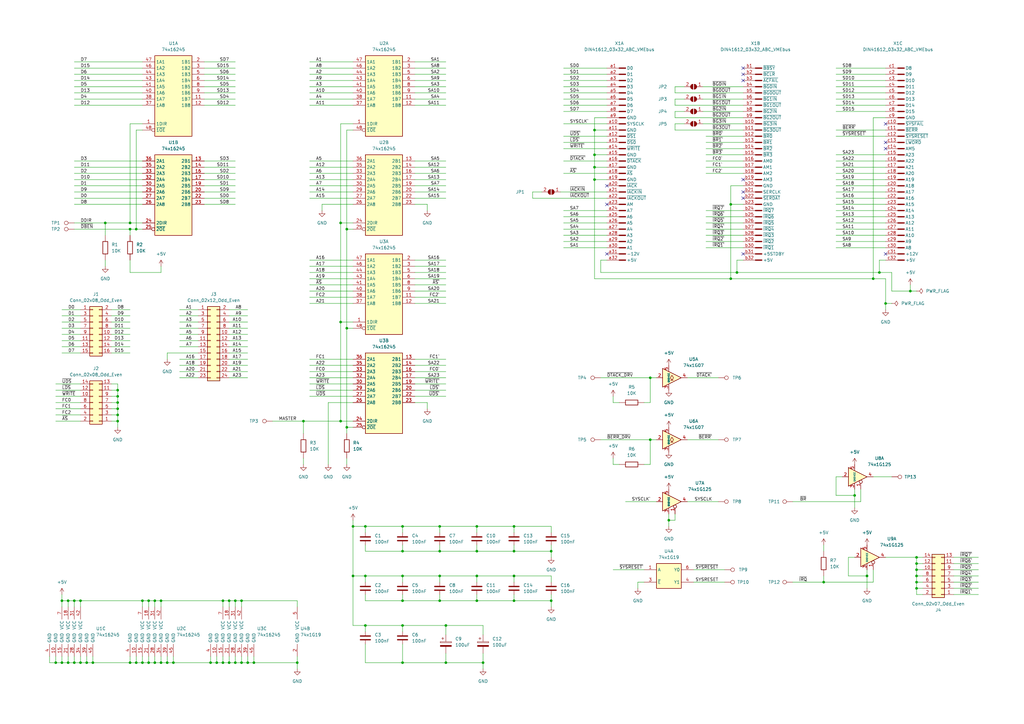
<source format=kicad_sch>
(kicad_sch (version 20211123) (generator eeschema)
  (paper "A3")
  (junction (at 165.1 246.38))
  (junction (at 71.12 271.78))
  (junction (at 25.4 246.38))
  (junction (at 30.48 271.78))
  (junction (at 226.06 226.06))
  (junction (at 96.52 246.38))
  (junction (at 48.26 170.18))
  (junction (at 48.26 172.72))
  (junction (at 274.32 213.36))
  (junction (at 375.92 233.68))
  (junction (at 375.92 231.14))
  (junction (at 33.02 271.78))
  (junction (at 63.5 271.78))
  (junction (at 165.1 226.06))
  (junction (at 144.78 236.22))
  (junction (at 53.34 271.78))
  (junction (at 165.1 271.78))
  (junction (at 266.7 154.94))
  (junction (at 93.98 246.38))
  (junction (at 195.58 226.06))
  (junction (at 48.26 165.1))
  (junction (at 165.1 236.22))
  (junction (at 55.88 93.98))
  (junction (at 226.06 246.38))
  (junction (at 139.7 132.08))
  (junction (at 53.34 91.44))
  (junction (at 104.14 271.78))
  (junction (at 142.24 134.62))
  (junction (at 266.7 180.34))
  (junction (at 121.92 271.78))
  (junction (at 198.12 271.78))
  (junction (at 91.44 271.78))
  (junction (at 43.18 91.44))
  (junction (at 180.34 215.9))
  (junction (at 63.5 246.38))
  (junction (at 165.1 215.9))
  (junction (at 91.44 246.38))
  (junction (at 99.06 271.78))
  (junction (at 48.26 160.02))
  (junction (at 48.26 162.56))
  (junction (at 96.52 271.78))
  (junction (at 48.26 167.64))
  (junction (at 182.88 256.54))
  (junction (at 60.96 246.38))
  (junction (at 243.84 68.58))
  (junction (at 33.02 246.38))
  (junction (at 210.82 236.22))
  (junction (at 337.82 238.76))
  (junction (at 180.34 226.06))
  (junction (at 375.92 228.6))
  (junction (at 165.1 256.54))
  (junction (at 99.06 246.38))
  (junction (at 55.88 271.78))
  (junction (at 53.34 93.98))
  (junction (at 375.92 241.3))
  (junction (at 139.7 172.72))
  (junction (at 149.86 236.22))
  (junction (at 375.92 238.76))
  (junction (at 363.22 124.46))
  (junction (at 299.72 83.82))
  (junction (at 22.86 271.78))
  (junction (at 350.52 203.2))
  (junction (at 375.92 236.22))
  (junction (at 142.24 93.98))
  (junction (at 358.14 114.3))
  (junction (at 88.9 271.78))
  (junction (at 195.58 215.9))
  (junction (at 355.6 236.22))
  (junction (at 139.7 91.44))
  (junction (at 58.42 246.38))
  (junction (at 373.38 119.38))
  (junction (at 27.94 246.38))
  (junction (at 149.86 215.9))
  (junction (at 66.04 271.78))
  (junction (at 142.24 175.26))
  (junction (at 35.56 271.78))
  (junction (at 243.84 63.5))
  (junction (at 60.96 271.78))
  (junction (at 210.82 215.9))
  (junction (at 210.82 246.38))
  (junction (at 58.42 271.78))
  (junction (at 180.34 236.22))
  (junction (at 149.86 256.54))
  (junction (at 38.1 271.78))
  (junction (at 86.36 271.78))
  (junction (at 299.72 114.3))
  (junction (at 210.82 226.06))
  (junction (at 68.58 271.78))
  (junction (at 243.84 73.66))
  (junction (at 124.46 172.72))
  (junction (at 360.68 111.76))
  (junction (at 93.98 271.78))
  (junction (at 144.78 215.9))
  (junction (at 101.6 271.78))
  (junction (at 27.94 271.78))
  (junction (at 180.34 246.38))
  (junction (at 302.26 111.76))
  (junction (at 30.48 246.38))
  (junction (at 195.58 236.22))
  (junction (at 195.58 246.38))
  (junction (at 243.84 53.34))
  (junction (at 25.4 271.78))
  (junction (at 182.88 271.78))
  (junction (at 66.04 246.38))
  (no_connect (at 248.92 83.82))
  (no_connect (at 304.8 30.48))
  (no_connect (at 304.8 27.94))
  (no_connect (at 304.8 81.28))
  (no_connect (at 304.8 73.66))
  (no_connect (at 363.22 50.8))
  (no_connect (at 363.22 104.14))
  (no_connect (at 363.22 58.42))
  (no_connect (at 248.92 104.14))
  (no_connect (at 304.8 104.14))
  (no_connect (at 304.8 78.74))
  (no_connect (at 248.92 76.2))
  (no_connect (at 304.8 33.02))
  (no_connect (at 363.22 60.96))
  (wire (pts (xy 358.14 48.26) (xy 358.14 114.3)))
  (wire (pts (xy 45.72 144.78) (xy 53.34 144.78)))
  (wire (pts (xy 20.32 271.78) (xy 22.86 271.78)))
  (wire (pts (xy 45.72 157.48) (xy 48.26 157.48)))
  (wire (pts (xy 93.98 139.7) (xy 101.6 139.7)))
  (wire (pts (xy 289.56 86.36) (xy 304.8 86.36)))
  (wire (pts (xy 25.4 134.62) (xy 33.02 134.62)))
  (wire (pts (xy 86.36 269.24) (xy 86.36 271.78)))
  (wire (pts (xy 66.04 246.38) (xy 91.44 246.38)))
  (wire (pts (xy 27.94 269.24) (xy 27.94 271.78)))
  (wire (pts (xy 342.9 68.58) (xy 363.22 68.58)))
  (wire (pts (xy 96.52 246.38) (xy 99.06 246.38)))
  (wire (pts (xy 22.86 269.24) (xy 22.86 271.78)))
  (wire (pts (xy 45.72 132.08) (xy 53.34 132.08)))
  (wire (pts (xy 99.06 246.38) (xy 121.92 246.38)))
  (wire (pts (xy 365.76 111.76) (xy 365.76 119.38)))
  (wire (pts (xy 231.14 38.1) (xy 248.92 38.1)))
  (wire (pts (xy 266.7 154.94) (xy 266.7 165.1)))
  (wire (pts (xy 149.86 246.38) (xy 165.1 246.38)))
  (wire (pts (xy 347.98 228.6) (xy 347.98 236.22)))
  (wire (pts (xy 93.98 152.4) (xy 101.6 152.4)))
  (wire (pts (xy 35.56 269.24) (xy 35.56 271.78)))
  (wire (pts (xy 264.16 190.5) (xy 266.7 190.5)))
  (wire (pts (xy 210.82 226.06) (xy 226.06 226.06)))
  (wire (pts (xy 93.98 127) (xy 101.6 127)))
  (wire (pts (xy 170.18 43.18) (xy 182.88 43.18)))
  (wire (pts (xy 342.9 27.94) (xy 363.22 27.94)))
  (wire (pts (xy 375.92 233.68) (xy 375.92 236.22)))
  (wire (pts (xy 127 157.48) (xy 144.78 157.48)))
  (wire (pts (xy 342.9 33.02) (xy 363.22 33.02)))
  (wire (pts (xy 30.48 43.18) (xy 58.42 43.18)))
  (wire (pts (xy 66.04 269.24) (xy 66.04 271.78)))
  (wire (pts (xy 342.9 195.58) (xy 345.44 195.58)))
  (wire (pts (xy 25.4 271.78) (xy 27.94 271.78)))
  (wire (pts (xy 73.66 129.54) (xy 81.28 129.54)))
  (wire (pts (xy 358.14 114.3) (xy 363.22 114.3)))
  (wire (pts (xy 127 66.04) (xy 144.78 66.04)))
  (wire (pts (xy 342.9 55.88) (xy 363.22 55.88)))
  (wire (pts (xy 180.34 215.9) (xy 180.34 218.44)))
  (wire (pts (xy 281.94 154.94) (xy 294.64 154.94)))
  (wire (pts (xy 58.42 246.38) (xy 60.96 246.38)))
  (wire (pts (xy 170.18 162.56) (xy 182.88 162.56)))
  (wire (pts (xy 83.82 33.02) (xy 96.52 33.02)))
  (wire (pts (xy 68.58 269.24) (xy 68.58 271.78)))
  (wire (pts (xy 45.72 160.02) (xy 48.26 160.02)))
  (wire (pts (xy 350.52 228.6) (xy 347.98 228.6)))
  (wire (pts (xy 144.78 256.54) (xy 149.86 256.54)))
  (wire (pts (xy 274.32 210.82) (xy 274.32 213.36)))
  (wire (pts (xy 93.98 132.08) (xy 101.6 132.08)))
  (wire (pts (xy 276.86 213.36) (xy 274.32 213.36)))
  (wire (pts (xy 391.16 233.68) (xy 401.3211 233.68)))
  (wire (pts (xy 83.82 73.66) (xy 96.52 73.66)))
  (wire (pts (xy 231.14 91.44) (xy 248.92 91.44)))
  (wire (pts (xy 73.66 154.94) (xy 81.28 154.94)))
  (wire (pts (xy 170.18 114.3) (xy 182.88 114.3)))
  (wire (pts (xy 375.92 231.14) (xy 378.46 231.14)))
  (wire (pts (xy 170.18 38.1) (xy 182.88 38.1)))
  (wire (pts (xy 142.24 93.98) (xy 142.24 134.62)))
  (wire (pts (xy 391.16 243.84) (xy 401.3211 243.84)))
  (wire (pts (xy 144.78 50.8) (xy 139.7 50.8)))
  (wire (pts (xy 127 149.86) (xy 144.78 149.86)))
  (wire (pts (xy 175.26 83.82) (xy 175.26 86.36)))
  (wire (pts (xy 127 76.2) (xy 144.78 76.2)))
  (wire (pts (xy 254 165.1) (xy 251.46 165.1)))
  (wire (pts (xy 246.38 154.94) (xy 266.7 154.94)))
  (wire (pts (xy 25.4 127) (xy 33.02 127)))
  (wire (pts (xy 30.48 66.04) (xy 58.42 66.04)))
  (wire (pts (xy 231.14 30.48) (xy 248.92 30.48)))
  (wire (pts (xy 170.18 81.28) (xy 182.88 81.28)))
  (wire (pts (xy 304.8 106.68) (xy 302.26 106.68)))
  (wire (pts (xy 142.24 187.96) (xy 142.24 190.5)))
  (wire (pts (xy 142.24 134.62) (xy 144.78 134.62)))
  (wire (pts (xy 83.82 35.56) (xy 96.52 35.56)))
  (wire (pts (xy 73.66 127) (xy 81.28 127)))
  (wire (pts (xy 142.24 53.34) (xy 142.24 93.98)))
  (wire (pts (xy 83.82 76.2) (xy 96.52 76.2)))
  (wire (pts (xy 83.82 25.4) (xy 96.52 25.4)))
  (wire (pts (xy 297.18 233.68) (xy 284.48 233.68)))
  (wire (pts (xy 269.24 205.74) (xy 256.54 205.74)))
  (wire (pts (xy 45.72 167.64) (xy 48.26 167.64)))
  (wire (pts (xy 127 119.38) (xy 144.78 119.38)))
  (wire (pts (xy 198.12 256.54) (xy 198.12 260.35)))
  (wire (pts (xy 60.96 271.78) (xy 63.5 271.78)))
  (wire (pts (xy 30.48 30.48) (xy 58.42 30.48)))
  (wire (pts (xy 373.38 119.38) (xy 375.92 119.38)))
  (wire (pts (xy 53.34 271.78) (xy 55.88 271.78)))
  (wire (pts (xy 299.72 83.82) (xy 299.72 114.3)))
  (wire (pts (xy 142.24 134.62) (xy 142.24 175.26)))
  (wire (pts (xy 276.86 53.34) (xy 276.86 50.8)))
  (wire (pts (xy 22.86 160.02) (xy 33.02 160.02)))
  (wire (pts (xy 144.78 213.36) (xy 144.78 215.9)))
  (wire (pts (xy 93.98 149.86) (xy 101.6 149.86)))
  (wire (pts (xy 25.4 243.84) (xy 25.4 246.38)))
  (wire (pts (xy 30.48 246.38) (xy 33.02 246.38)))
  (wire (pts (xy 180.34 223.52) (xy 180.34 226.06)))
  (wire (pts (xy 111.76 172.72) (xy 124.46 172.72)))
  (wire (pts (xy 231.14 33.02) (xy 248.92 33.02)))
  (wire (pts (xy 127 162.56) (xy 144.78 162.56)))
  (wire (pts (xy 246.38 180.34) (xy 266.7 180.34)))
  (wire (pts (xy 165.1 264.16) (xy 165.1 271.78)))
  (wire (pts (xy 25.4 142.24) (xy 33.02 142.24)))
  (wire (pts (xy 127 116.84) (xy 144.78 116.84)))
  (wire (pts (xy 45.72 129.54) (xy 53.34 129.54)))
  (wire (pts (xy 27.94 271.78) (xy 30.48 271.78)))
  (wire (pts (xy 288.29 50.8) (xy 304.8 50.8)))
  (wire (pts (xy 342.9 73.66) (xy 363.22 73.66)))
  (wire (pts (xy 276.86 210.82) (xy 276.86 213.36)))
  (wire (pts (xy 60.96 246.38) (xy 63.5 246.38)))
  (wire (pts (xy 73.66 142.24) (xy 81.28 142.24)))
  (wire (pts (xy 30.48 25.4) (xy 58.42 25.4)))
  (wire (pts (xy 30.48 38.1) (xy 58.42 38.1)))
  (wire (pts (xy 43.18 91.44) (xy 53.34 91.44)))
  (wire (pts (xy 121.92 246.38) (xy 121.92 248.92)))
  (wire (pts (xy 127 40.64) (xy 144.78 40.64)))
  (wire (pts (xy 342.9 45.72) (xy 363.22 45.72)))
  (wire (pts (xy 127 152.4) (xy 144.78 152.4)))
  (wire (pts (xy 25.4 129.54) (xy 33.02 129.54)))
  (wire (pts (xy 355.6 236.22) (xy 355.6 241.3)))
  (wire (pts (xy 304.8 48.26) (xy 276.86 48.26)))
  (wire (pts (xy 144.78 215.9) (xy 149.86 215.9)))
  (wire (pts (xy 231.14 99.06) (xy 248.92 99.06)))
  (wire (pts (xy 299.72 76.2) (xy 299.72 83.82)))
  (wire (pts (xy 210.82 236.22) (xy 226.06 236.22)))
  (wire (pts (xy 121.92 271.78) (xy 121.92 274.32)))
  (wire (pts (xy 63.5 271.78) (xy 66.04 271.78)))
  (wire (pts (xy 27.94 246.38) (xy 27.94 248.92)))
  (wire (pts (xy 198.12 267.97) (xy 198.12 271.78)))
  (wire (pts (xy 53.34 269.24) (xy 53.34 271.78)))
  (wire (pts (xy 231.14 71.12) (xy 248.92 71.12)))
  (wire (pts (xy 243.84 48.26) (xy 248.92 48.26)))
  (wire (pts (xy 104.14 269.24) (xy 104.14 271.78)))
  (wire (pts (xy 342.9 78.74) (xy 363.22 78.74)))
  (wire (pts (xy 229.87 78.74) (xy 248.92 78.74)))
  (wire (pts (xy 289.56 101.6) (xy 304.8 101.6)))
  (wire (pts (xy 124.46 172.72) (xy 139.7 172.72)))
  (wire (pts (xy 342.9 83.82) (xy 363.22 83.82)))
  (wire (pts (xy 375.92 236.22) (xy 378.46 236.22)))
  (wire (pts (xy 299.72 83.82) (xy 304.8 83.82)))
  (wire (pts (xy 276.86 48.26) (xy 276.86 45.72)))
  (wire (pts (xy 139.7 172.72) (xy 144.78 172.72)))
  (wire (pts (xy 144.78 236.22) (xy 144.78 256.54)))
  (wire (pts (xy 264.16 165.1) (xy 266.7 165.1)))
  (wire (pts (xy 353.06 200.66) (xy 353.06 205.74)))
  (wire (pts (xy 210.82 236.22) (xy 210.82 238.76)))
  (wire (pts (xy 55.88 271.78) (xy 58.42 271.78)))
  (wire (pts (xy 325.12 205.74) (xy 353.06 205.74)))
  (wire (pts (xy 93.98 137.16) (xy 101.6 137.16)))
  (wire (pts (xy 375.92 238.76) (xy 378.46 238.76)))
  (wire (pts (xy 363.22 124.46) (xy 365.76 124.46)))
  (wire (pts (xy 276.86 35.56) (xy 280.67 35.56)))
  (wire (pts (xy 226.06 223.52) (xy 226.06 226.06)))
  (wire (pts (xy 243.84 73.66) (xy 243.84 114.3)))
  (wire (pts (xy 127 114.3) (xy 144.78 114.3)))
  (wire (pts (xy 195.58 236.22) (xy 210.82 236.22)))
  (wire (pts (xy 91.44 246.38) (xy 93.98 246.38)))
  (wire (pts (xy 30.48 269.24) (xy 30.48 271.78)))
  (wire (pts (xy 363.22 228.6) (xy 375.92 228.6)))
  (wire (pts (xy 243.84 63.5) (xy 243.84 68.58)))
  (wire (pts (xy 30.48 78.74) (xy 58.42 78.74)))
  (wire (pts (xy 127 81.28) (xy 144.78 81.28)))
  (wire (pts (xy 88.9 271.78) (xy 91.44 271.78)))
  (wire (pts (xy 66.04 271.78) (xy 68.58 271.78)))
  (wire (pts (xy 149.86 226.06) (xy 165.1 226.06)))
  (wire (pts (xy 373.38 116.84) (xy 373.38 119.38)))
  (wire (pts (xy 342.9 35.56) (xy 363.22 35.56)))
  (wire (pts (xy 45.72 170.18) (xy 48.26 170.18)))
  (wire (pts (xy 53.34 106.68) (xy 53.34 111.76)))
  (wire (pts (xy 93.98 269.24) (xy 93.98 271.78)))
  (wire (pts (xy 96.52 271.78) (xy 99.06 271.78)))
  (wire (pts (xy 124.46 190.5) (xy 124.46 187.96)))
  (wire (pts (xy 289.56 99.06) (xy 304.8 99.06)))
  (wire (pts (xy 53.34 111.76) (xy 66.04 111.76)))
  (wire (pts (xy 342.9 88.9) (xy 363.22 88.9)))
  (wire (pts (xy 363.22 124.46) (xy 363.22 127)))
  (wire (pts (xy 170.18 147.32) (xy 182.88 147.32)))
  (wire (pts (xy 325.12 238.76) (xy 337.82 238.76)))
  (wire (pts (xy 288.29 45.72) (xy 304.8 45.72)))
  (wire (pts (xy 350.52 200.66) (xy 350.52 203.2)))
  (wire (pts (xy 195.58 243.84) (xy 195.58 246.38)))
  (wire (pts (xy 231.14 50.8) (xy 248.92 50.8)))
  (wire (pts (xy 170.18 165.1) (xy 175.26 165.1)))
  (wire (pts (xy 25.4 144.78) (xy 33.02 144.78)))
  (wire (pts (xy 243.84 63.5) (xy 248.92 63.5)))
  (wire (pts (xy 101.6 271.78) (xy 104.14 271.78)))
  (wire (pts (xy 375.92 236.22) (xy 375.92 238.76)))
  (wire (pts (xy 254 190.5) (xy 251.46 190.5)))
  (wire (pts (xy 342.9 99.06) (xy 363.22 99.06)))
  (wire (pts (xy 33.02 271.78) (xy 35.56 271.78)))
  (wire (pts (xy 53.34 50.8) (xy 53.34 91.44)))
  (wire (pts (xy 347.98 236.22) (xy 355.6 236.22)))
  (wire (pts (xy 170.18 76.2) (xy 182.88 76.2)))
  (wire (pts (xy 149.86 236.22) (xy 149.86 238.76)))
  (wire (pts (xy 25.4 246.38) (xy 25.4 248.92)))
  (wire (pts (xy 375.92 238.76) (xy 375.92 241.3)))
  (wire (pts (xy 342.9 66.04) (xy 363.22 66.04)))
  (wire (pts (xy 25.4 139.7) (xy 33.02 139.7)))
  (wire (pts (xy 210.82 215.9) (xy 210.82 218.44)))
  (wire (pts (xy 289.56 63.5) (xy 304.8 63.5)))
  (wire (pts (xy 149.86 256.54) (xy 149.86 259.08)))
  (wire (pts (xy 132.08 83.82) (xy 132.08 86.36)))
  (wire (pts (xy 33.02 246.38) (xy 33.02 248.92)))
  (wire (pts (xy 170.18 154.94) (xy 182.88 154.94)))
  (wire (pts (xy 170.18 27.94) (xy 182.88 27.94)))
  (wire (pts (xy 127 43.18) (xy 144.78 43.18)))
  (wire (pts (xy 342.9 38.1) (xy 363.22 38.1)))
  (wire (pts (xy 251.46 162.56) (xy 251.46 165.1)))
  (wire (pts (xy 22.86 157.48) (xy 33.02 157.48)))
  (wire (pts (xy 48.26 167.64) (xy 48.26 170.18)))
  (wire (pts (xy 274.32 213.36) (xy 274.32 215.9)))
  (wire (pts (xy 60.96 246.38) (xy 60.96 248.92)))
  (wire (pts (xy 294.64 205.74) (xy 281.94 205.74)))
  (wire (pts (xy 99.06 246.38) (xy 99.06 248.92)))
  (wire (pts (xy 43.18 91.44) (xy 43.18 96.52)))
  (wire (pts (xy 243.84 68.58) (xy 248.92 68.58)))
  (wire (pts (xy 93.98 271.78) (xy 96.52 271.78)))
  (wire (pts (xy 358.14 195.58) (xy 365.76 195.58)))
  (wire (pts (xy 30.48 246.38) (xy 30.48 248.92)))
  (wire (pts (xy 30.48 33.02) (xy 58.42 33.02)))
  (wire (pts (xy 91.44 246.38) (xy 91.44 248.92)))
  (wire (pts (xy 170.18 124.46) (xy 182.88 124.46)))
  (wire (pts (xy 45.72 172.72) (xy 48.26 172.72)))
  (wire (pts (xy 99.06 269.24) (xy 99.06 271.78)))
  (wire (pts (xy 210.82 246.38) (xy 226.06 246.38)))
  (wire (pts (xy 170.18 83.82) (xy 175.26 83.82)))
  (wire (pts (xy 243.84 48.26) (xy 243.84 53.34)))
  (wire (pts (xy 83.82 27.94) (xy 96.52 27.94)))
  (wire (pts (xy 63.5 269.24) (xy 63.5 271.78)))
  (wire (pts (xy 99.06 271.78) (xy 101.6 271.78)))
  (wire (pts (xy 170.18 25.4) (xy 182.88 25.4)))
  (wire (pts (xy 210.82 243.84) (xy 210.82 246.38)))
  (wire (pts (xy 48.26 162.56) (xy 48.26 165.1)))
  (wire (pts (xy 139.7 91.44) (xy 139.7 132.08)))
  (wire (pts (xy 337.82 236.22) (xy 337.82 238.76)))
  (wire (pts (xy 266.7 180.34) (xy 269.24 180.34)))
  (wire (pts (xy 127 38.1) (xy 144.78 38.1)))
  (wire (pts (xy 342.9 40.64) (xy 363.22 40.64)))
  (wire (pts (xy 127 111.76) (xy 144.78 111.76)))
  (wire (pts (xy 53.34 91.44) (xy 58.42 91.44)))
  (wire (pts (xy 170.18 106.68) (xy 182.88 106.68)))
  (wire (pts (xy 45.72 134.62) (xy 53.34 134.62)))
  (wire (pts (xy 96.52 269.24) (xy 96.52 271.78)))
  (wire (pts (xy 342.9 71.12) (xy 363.22 71.12)))
  (wire (pts (xy 83.82 68.58) (xy 96.52 68.58)))
  (wire (pts (xy 127 73.66) (xy 144.78 73.66)))
  (wire (pts (xy 144.78 83.82) (xy 132.08 83.82)))
  (wire (pts (xy 66.04 246.38) (xy 66.04 248.92)))
  (wire (pts (xy 342.9 30.48) (xy 363.22 30.48)))
  (wire (pts (xy 231.14 93.98) (xy 248.92 93.98)))
  (wire (pts (xy 264.16 238.76) (xy 261.62 238.76)))
  (wire (pts (xy 22.86 170.18) (xy 33.02 170.18)))
  (wire (pts (xy 30.48 93.98) (xy 53.34 93.98)))
  (wire (pts (xy 96.52 246.38) (xy 96.52 248.92)))
  (wire (pts (xy 144.78 215.9) (xy 144.78 236.22)))
  (wire (pts (xy 101.6 269.24) (xy 101.6 271.78)))
  (wire (pts (xy 30.48 76.2) (xy 58.42 76.2)))
  (wire (pts (xy 63.5 246.38) (xy 63.5 248.92)))
  (wire (pts (xy 243.84 73.66) (xy 248.92 73.66)))
  (wire (pts (xy 375.92 241.3) (xy 378.46 241.3)))
  (wire (pts (xy 342.9 86.36) (xy 363.22 86.36)))
  (wire (pts (xy 93.98 142.24) (xy 101.6 142.24)))
  (wire (pts (xy 83.82 78.74) (xy 96.52 78.74)))
  (wire (pts (xy 355.6 233.68) (xy 355.6 236.22)))
  (wire (pts (xy 289.56 88.9) (xy 304.8 88.9)))
  (wire (pts (xy 231.14 96.52) (xy 248.92 96.52)))
  (wire (pts (xy 30.48 271.78) (xy 33.02 271.78)))
  (wire (pts (xy 127 160.02) (xy 144.78 160.02)))
  (wire (pts (xy 218.44 81.28) (xy 248.92 81.28)))
  (wire (pts (xy 218.44 78.74) (xy 222.25 78.74)))
  (wire (pts (xy 170.18 33.02) (xy 182.88 33.02)))
  (wire (pts (xy 149.86 243.84) (xy 149.86 246.38)))
  (wire (pts (xy 195.58 226.06) (xy 210.82 226.06)))
  (wire (pts (xy 30.48 71.12) (xy 58.42 71.12)))
  (wire (pts (xy 180.34 236.22) (xy 195.58 236.22)))
  (wire (pts (xy 33.02 269.24) (xy 33.02 271.78)))
  (wire (pts (xy 165.1 256.54) (xy 182.88 256.54)))
  (wire (pts (xy 25.4 246.38) (xy 27.94 246.38)))
  (wire (pts (xy 127 25.4) (xy 144.78 25.4)))
  (wire (pts (xy 22.86 172.72) (xy 33.02 172.72)))
  (wire (pts (xy 45.72 137.16) (xy 53.34 137.16)))
  (wire (pts (xy 195.58 236.22) (xy 195.58 238.76)))
  (wire (pts (xy 22.86 165.1) (xy 33.02 165.1)))
  (wire (pts (xy 226.06 236.22) (xy 226.06 238.76)))
  (wire (pts (xy 360.68 111.76) (xy 365.76 111.76)))
  (wire (pts (xy 127 106.68) (xy 144.78 106.68)))
  (wire (pts (xy 73.66 147.32) (xy 81.28 147.32)))
  (wire (pts (xy 231.14 27.94) (xy 248.92 27.94)))
  (wire (pts (xy 91.44 271.78) (xy 93.98 271.78)))
  (wire (pts (xy 127 30.48) (xy 144.78 30.48)))
  (wire (pts (xy 58.42 50.8) (xy 53.34 50.8)))
  (wire (pts (xy 231.14 55.88) (xy 248.92 55.88)))
  (wire (pts (xy 170.18 157.48) (xy 182.88 157.48)))
  (wire (pts (xy 391.16 228.6) (xy 401.3211 228.6)))
  (wire (pts (xy 231.14 60.96) (xy 248.92 60.96)))
  (wire (pts (xy 88.9 269.24) (xy 88.9 271.78)))
  (wire (pts (xy 149.86 264.16) (xy 149.86 271.78)))
  (wire (pts (xy 363.22 106.68) (xy 360.68 106.68)))
  (wire (pts (xy 350.52 203.2) (xy 350.52 208.28)))
  (wire (pts (xy 391.16 236.22) (xy 401.3211 236.22)))
  (wire (pts (xy 165.1 215.9) (xy 165.1 218.44)))
  (wire (pts (xy 127 35.56) (xy 144.78 35.56)))
  (wire (pts (xy 127 109.22) (xy 144.78 109.22)))
  (wire (pts (xy 22.86 271.78) (xy 25.4 271.78)))
  (wire (pts (xy 124.46 172.72) (xy 124.46 177.8)))
  (wire (pts (xy 165.1 271.78) (xy 182.88 271.78)))
  (wire (pts (xy 149.86 223.52) (xy 149.86 226.06)))
  (wire (pts (xy 170.18 68.58) (xy 182.88 68.58)))
  (wire (pts (xy 289.56 60.96) (xy 304.8 60.96)))
  (wire (pts (xy 48.26 165.1) (xy 48.26 167.64)))
  (wire (pts (xy 144.78 53.34) (xy 142.24 53.34)))
  (wire (pts (xy 93.98 246.38) (xy 93.98 248.92)))
  (wire (pts (xy 231.14 101.6) (xy 248.92 101.6)))
  (wire (pts (xy 22.86 167.64) (xy 33.02 167.64)))
  (wire (pts (xy 365.76 119.38) (xy 373.38 119.38)))
  (wire (pts (xy 83.82 83.82) (xy 96.52 83.82)))
  (wire (pts (xy 71.12 271.78) (xy 86.36 271.78)))
  (wire (pts (xy 231.14 66.04) (xy 248.92 66.04)))
  (wire (pts (xy 180.34 215.9) (xy 195.58 215.9)))
  (wire (pts (xy 246.38 106.68) (xy 246.38 111.76)))
  (wire (pts (xy 71.12 269.24) (xy 71.12 271.78)))
  (wire (pts (xy 142.24 93.98) (xy 144.78 93.98)))
  (wire (pts (xy 358.14 48.26) (xy 363.22 48.26)))
  (wire (pts (xy 289.56 68.58) (xy 304.8 68.58)))
  (wire (pts (xy 127 33.02) (xy 144.78 33.02)))
  (wire (pts (xy 149.86 271.78) (xy 165.1 271.78)))
  (wire (pts (xy 289.56 58.42) (xy 304.8 58.42)))
  (wire (pts (xy 360.68 106.68) (xy 360.68 111.76)))
  (wire (pts (xy 198.12 271.78) (xy 198.12 274.32)))
  (wire (pts (xy 48.26 172.72) (xy 48.26 175.26)))
  (wire (pts (xy 170.18 111.76) (xy 182.88 111.76)))
  (wire (pts (xy 93.98 144.78) (xy 101.6 144.78)))
  (wire (pts (xy 165.1 223.52) (xy 165.1 226.06)))
  (wire (pts (xy 342.9 63.5) (xy 363.22 63.5)))
  (wire (pts (xy 139.7 50.8) (xy 139.7 91.44)))
  (wire (pts (xy 73.66 139.7) (xy 81.28 139.7)))
  (wire (pts (xy 170.18 71.12) (xy 182.88 71.12)))
  (wire (pts (xy 246.38 106.68) (xy 248.92 106.68)))
  (wire (pts (xy 93.98 246.38) (xy 96.52 246.38)))
  (wire (pts (xy 55.88 269.24) (xy 55.88 271.78)))
  (wire (pts (xy 127 27.94) (xy 144.78 27.94)))
  (wire (pts (xy 375.92 228.6) (xy 375.92 231.14)))
  (wire (pts (xy 337.82 238.76) (xy 358.14 238.76)))
  (wire (pts (xy 281.94 180.34) (xy 294.64 180.34)))
  (wire (pts (xy 30.48 91.44) (xy 43.18 91.44)))
  (wire (pts (xy 231.14 86.36) (xy 248.92 86.36)))
  (wire (pts (xy 63.5 246.38) (xy 66.04 246.38)))
  (wire (pts (xy 342.9 203.2) (xy 342.9 195.58)))
  (wire (pts (xy 149.86 215.9) (xy 149.86 218.44)))
  (wire (pts (xy 86.36 271.78) (xy 88.9 271.78)))
  (wire (pts (xy 304.8 43.18) (xy 276.86 43.18)))
  (wire (pts (xy 30.48 68.58) (xy 58.42 68.58)))
  (wire (pts (xy 170.18 149.86) (xy 182.88 149.86)))
  (wire (pts (xy 210.82 223.52) (xy 210.82 226.06)))
  (wire (pts (xy 58.42 53.34) (xy 55.88 53.34)))
  (wire (pts (xy 337.82 223.52) (xy 337.82 226.06)))
  (wire (pts (xy 246.38 111.76) (xy 302.26 111.76)))
  (wire (pts (xy 55.88 93.98) (xy 58.42 93.98)))
  (wire (pts (xy 358.14 233.68) (xy 358.14 238.76)))
  (wire (pts (xy 342.9 91.44) (xy 363.22 91.44)))
  (wire (pts (xy 182.88 267.97) (xy 182.88 271.78)))
  (wire (pts (xy 165.1 243.84) (xy 165.1 246.38)))
  (wire (pts (xy 231.14 43.18) (xy 248.92 43.18)))
  (wire (pts (xy 165.1 236.22) (xy 180.34 236.22)))
  (wire (pts (xy 304.8 38.1) (xy 276.86 38.1)))
  (wire (pts (xy 375.92 233.68) (xy 378.46 233.68)))
  (wire (pts (xy 302.26 106.68) (xy 302.26 111.76)))
  (wire (pts (xy 251.46 187.96) (xy 251.46 190.5)))
  (wire (pts (xy 73.66 137.16) (xy 81.28 137.16)))
  (wire (pts (xy 139.7 132.08) (xy 139.7 172.72)))
  (wire (pts (xy 104.14 271.78) (xy 121.92 271.78)))
  (wire (pts (xy 276.86 50.8) (xy 280.67 50.8)))
  (wire (pts (xy 375.92 231.14) (xy 375.92 233.68)))
  (wire (pts (xy 83.82 38.1) (xy 96.52 38.1)))
  (wire (pts (xy 302.26 111.76) (xy 360.68 111.76)))
  (wire (pts (xy 180.34 246.38) (xy 195.58 246.38)))
  (wire (pts (xy 175.26 165.1) (xy 175.26 167.64)))
  (wire (pts (xy 149.86 215.9) (xy 165.1 215.9)))
  (wire (pts (xy 30.48 73.66) (xy 58.42 73.66)))
  (wire (pts (xy 195.58 215.9) (xy 210.82 215.9)))
  (wire (pts (xy 226.06 226.06) (xy 226.06 228.6)))
  (wire (pts (xy 297.18 238.76) (xy 284.48 238.76)))
  (wire (pts (xy 243.84 53.34) (xy 248.92 53.34)))
  (wire (pts (xy 226.06 246.38) (xy 226.06 248.92)))
  (wire (pts (xy 45.72 127) (xy 53.34 127)))
  (wire (pts (xy 58.42 271.78) (xy 60.96 271.78)))
  (wire (pts (xy 127 68.58) (xy 144.78 68.58)))
  (wire (pts (xy 375.92 241.3) (xy 375.92 243.84)))
  (wire (pts (xy 288.29 40.64) (xy 304.8 40.64)))
  (wire (pts (xy 25.4 132.08) (xy 33.02 132.08)))
  (wire (pts (xy 210.82 215.9) (xy 226.06 215.9)))
  (wire (pts (xy 134.62 165.1) (xy 134.62 190.5)))
  (wire (pts (xy 45.72 165.1) (xy 48.26 165.1)))
  (wire (pts (xy 170.18 66.04) (xy 182.88 66.04)))
  (wire (pts (xy 342.9 96.52) (xy 363.22 96.52)))
  (wire (pts (xy 231.14 35.56) (xy 248.92 35.56)))
  (wire (pts (xy 231.14 88.9) (xy 248.92 88.9)))
  (wire (pts (xy 127 121.92) (xy 144.78 121.92)))
  (wire (pts (xy 93.98 134.62) (xy 101.6 134.62)))
  (wire (pts (xy 243.84 68.58) (xy 243.84 73.66)))
  (wire (pts (xy 66.04 109.22) (xy 66.04 111.76)))
  (wire (pts (xy 83.82 81.28) (xy 96.52 81.28)))
  (wire (pts (xy 165.1 256.54) (xy 165.1 259.08)))
  (wire (pts (xy 30.48 35.56) (xy 58.42 35.56)))
  (wire (pts (xy 289.56 91.44) (xy 304.8 91.44)))
  (wire (pts (xy 30.48 40.64) (xy 58.42 40.64)))
  (wire (pts (xy 391.16 241.3) (xy 401.3211 241.3)))
  (wire (pts (xy 30.48 81.28) (xy 58.42 81.28)))
  (wire (pts (xy 20.32 269.24) (xy 20.32 271.78)))
  (wire (pts (xy 165.1 215.9) (xy 180.34 215.9)))
  (wire (pts (xy 165.1 236.22) (xy 165.1 238.76)))
  (wire (pts (xy 226.06 215.9) (xy 226.06 218.44)))
  (wire (pts (xy 289.56 96.52) (xy 304.8 96.52)))
  (wire (pts (xy 261.62 238.76) (xy 261.62 241.3)))
  (wire (pts (xy 22.86 162.56) (xy 33.02 162.56)))
  (wire (pts (xy 198.12 271.78) (xy 182.88 271.78)))
  (wire (pts (xy 170.18 116.84) (xy 182.88 116.84)))
  (wire (pts (xy 304.8 53.34) (xy 276.86 53.34)))
  (wire (pts (xy 83.82 30.48) (xy 96.52 30.48)))
  (wire (pts (xy 165.1 226.06) (xy 180.34 226.06)))
  (wire (pts (xy 144.78 236.22) (xy 149.86 236.22)))
  (wire (pts (xy 73.66 152.4) (xy 81.28 152.4)))
  (wire (pts (xy 165.1 246.38) (xy 180.34 246.38)))
  (wire (pts (xy 170.18 30.48) (xy 182.88 30.48)))
  (wire (pts (xy 195.58 246.38) (xy 210.82 246.38)))
  (wire (pts (xy 149.86 236.22) (xy 165.1 236.22)))
  (wire (pts (xy 25.4 137.16) (xy 33.02 137.16)))
  (wire (pts (xy 91.44 269.24) (xy 91.44 271.78)))
  (wire (pts (xy 342.9 53.34) (xy 363.22 53.34)))
  (wire (pts (xy 231.14 45.72) (xy 248.92 45.72)))
  (wire (pts (xy 149.86 256.54) (xy 165.1 256.54)))
  (wire (pts (xy 289.56 71.12) (xy 304.8 71.12)))
  (wire (pts (xy 288.29 35.56) (xy 304.8 35.56)))
  (wire (pts (xy 83.82 71.12) (xy 96.52 71.12)))
  (wire (pts (xy 350.52 203.2) (xy 342.9 203.2)))
  (wire (pts (xy 53.34 93.98) (xy 55.88 93.98)))
  (wire (pts (xy 73.66 149.86) (xy 81.28 149.86)))
  (wire (pts (xy 127 71.12) (xy 144.78 71.12)))
  (wire (pts (xy 342.9 43.18) (xy 363.22 43.18)))
  (wire (pts (xy 180.34 236.22) (xy 180.34 238.76)))
  (wire (pts (xy 170.18 152.4) (xy 182.88 152.4)))
  (wire (pts (xy 38.1 269.24) (xy 38.1 271.78)))
  (wire (pts (xy 170.18 121.92) (xy 182.88 121.92)))
  (wire (pts (xy 276.86 38.1) (xy 276.86 35.56)))
  (wire (pts (xy 170.18 40.64) (xy 182.88 40.64)))
  (wire (pts (xy 48.26 160.02) (xy 48.26 162.56)))
  (wire (pts (xy 180.34 226.06) (xy 195.58 226.06)))
  (wire (pts (xy 73.66 134.62) (xy 81.28 134.62)))
  (wire (pts (xy 93.98 129.54) (xy 101.6 129.54)))
  (wire (pts (xy 170.18 73.66) (xy 182.88 73.66)))
  (wire (pts (xy 289.56 55.88) (xy 304.8 55.88)))
  (wire (pts (xy 68.58 144.78) (xy 81.28 144.78)))
  (wire (pts (xy 127 124.46) (xy 144.78 124.46)))
  (wire (pts (xy 121.92 269.24) (xy 121.92 271.78)))
  (wire (pts (xy 144.78 165.1) (xy 134.62 165.1)))
  (wire (pts (xy 276.86 40.64) (xy 280.67 40.64)))
  (wire (pts (xy 68.58 144.78) (xy 68.58 147.32)))
  (wire (pts (xy 289.56 93.98) (xy 304.8 93.98)))
  (wire (pts (xy 391.16 238.76) (xy 401.3211 238.76)))
  (wire (pts (xy 30.48 27.94) (xy 58.42 27.94)))
  (wire (pts (xy 182.88 256.54) (xy 198.12 256.54)))
  (wire (pts (xy 266.7 154.94) (xy 269.24 154.94)))
  (wire (pts (xy 58.42 269.24) (xy 58.42 271.78)))
  (wire (pts (xy 68.58 271.78) (xy 71.12 271.78)))
  (wire (pts (xy 182.88 256.54) (xy 182.88 260.35)))
  (wire (pts (xy 276.86 43.18) (xy 276.86 40.64)))
  (wire (pts (xy 93.98 147.32) (xy 101.6 147.32)))
  (wire (pts (xy 375.92 228.6) (xy 378.46 228.6)))
  (wire (pts (xy 38.1 271.78) (xy 53.34 271.78)))
  (wire (pts (xy 127 154.94) (xy 144.78 154.94)))
  (wire (pts (xy 45.72 142.24) (xy 53.34 142.24)))
  (wire (pts (xy 342.9 76.2) (xy 363.22 76.2)))
  (wire (pts (xy 170.18 160.02) (xy 182.88 160.02)))
  (wire (pts (xy 139.7 91.44) (xy 144.78 91.44)))
  (wire (pts (xy 30.48 83.82) (xy 58.42 83.82)))
  (wire (pts (xy 58.42 246.38) (xy 58.42 248.92)))
  (wire (pts (xy 170.18 119.38) (xy 182.88 119.38)))
  (wire (pts (xy 142.24 175.26) (xy 142.24 177.8)))
  (wire (pts (xy 363.22 114.3) (xy 363.22 124.46)))
  (wire (pts (xy 73.66 132.08) (xy 81.28 132.08)))
  (wire (pts (xy 170.18 35.56) (xy 182.88 35.56)))
  (wire (pts (xy 53.34 93.98) (xy 53.34 96.52)))
  (wire (pts (xy 55.88 53.34) (xy 55.88 93.98)))
  (wire (pts (xy 139.7 132.08) (xy 144.78 132.08)))
  (wire (pts (xy 180.34 243.84) (xy 180.34 246.38)))
  (wire (pts (xy 93.98 154.94) (xy 101.6 154.94)))
  (wire (pts (xy 170.18 109.22) (xy 182.88 109.22)))
  (wire (pts (xy 226.06 243.84) (xy 226.06 246.38)))
  (wire (pts (xy 378.46 243.84) (xy 375.92 243.84)))
  (wire (pts (xy 25.4 269.24) (xy 25.4 271.78)))
  (wire (pts (xy 45.72 162.56) (xy 48.26 162.56)))
  (wire (pts (xy 83.82 40.64) (xy 96.52 40.64)))
  (wire (pts (xy 83.82 66.04) (xy 96.52 66.04)))
  (wire (pts (xy 391.16 231.14) (xy 401.3211 231.14)))
  (wire (pts (xy 342.9 93.98) (xy 363.22 93.98)))
  (wire (pts (xy 231.14 58.42) (xy 248.92 58.42)))
  (wire (pts (xy 33.02 246.38) (xy 58.42 246.38)))
  (wire (pts (xy 243.84 114.3) (xy 299.72 114.3)))
  (wire (pts (xy 48.26 157.48) (xy 48.26 160.02)))
  (wire (pts (xy 195.58 223.52) (xy 195.58 226.06)))
  (wire (pts (xy 170.18 78.74) (xy 182.88 78.74)))
  (wire (pts (xy 127 78.74) (xy 144.78 78.74)))
  (wire (pts (xy 48.26 170.18) (xy 48.26 172.72)))
  (wire (pts (xy 127 147.32) (xy 144.78 147.32)))
  (wire (pts (xy 142.24 175.26) (xy 144.78 175.26)))
  (wire (pts (xy 45.72 139.7) (xy 53.34 139.7)))
  (wire (pts (xy 60.96 269.24) (xy 60.96 271.78)))
  (wire (pts (xy 264.16 233.68) (xy 251.46 233.68)))
  (wire (pts (xy 83.82 43.18) (xy 96.52 43.18)))
  (wire (pts (xy 342.9 101.6) (xy 363.22 101.6)))
  (wire (pts (xy 289.56 66.04) (xy 304.8 66.04)))
  (wire (pts (xy 266.7 180.34) (xy 266.7 190.5)))
  (wire (pts (xy 35.56 271.78) (xy 38.1 271.78)))
  (wire (pts (xy 276.86 45.72) (xy 280.67 45.72)))
  (wire (pts (xy 218.44 81.28) (xy 218.44 78.74)))
  (wire (pts (xy 43.18 106.68) (xy 43.18 109.22)))
  (wire (pts (xy 231.14 40.64) (xy 248.92 40.64)))
  (wire (pts (xy 342.9 81.28) (xy 363.22 81.28)))
  (wire (pts (xy 195.58 215.9) (xy 195.58 218.44)))
  (wire (pts (xy 304.8 76.2) (xy 299.72 76.2)))
  (wire (pts (xy 299.72 114.3) (xy 358.14 114.3)))
  (wire (pts (xy 243.84 53.34) (xy 243.84 63.5)))
  (wire (pts (xy 27.94 246.38) (xy 30.48 246.38)))
  (label "SD12" (at 93.98 43.18 180))
  (label "A19" (at 129.54 114.3 0))
  (label "A16" (at 129.54 106.68 0))
  (label "~{IRQ4`}" (at 292.0989 93.98 0))
  (label "D13" (at 33.02 38.1 0))
  (label "SA7" (at 233.68 86.36 0))
  (label "SA16" (at 345.44 81.28 0))
  (label "FC2" (at 129.54 121.92 0))
  (label "SD1" (at 233.68 30.48 0))
  (label "A7" (at 129.54 76.2 0))
  (label "A9" (at 99.06 129.54 180))
  (label "D15" (at 33.02 27.94 0))
  (label "SA8" (at 180.34 27.94 180))
  (label "SA4" (at 180.34 40.64 180))
  (label "SA20" (at 345.44 71.12 0))
  (label "SA6" (at 233.68 88.9 0))
  (label "~{SYSRESET}" (at 294.64 233.68 180))
  (label "~{BG0IN}" (at 292.1 35.56 0))
  (label "SD11" (at 93.98 68.58 180))
  (label "SA15" (at 180.34 81.28 180))
  (label "D12" (at 33.02 43.18 0))
  (label "~{IRQ6`}" (at 292.1 88.9 0))
  (label "SYSCLK`" (at 233.68 50.8 0))
  (label "FC0`" (at 292.1 66.04 0))
  (label "SD14" (at 93.98 33.02 180))
  (label "D1" (at 27.94 129.54 0))
  (label "A5" (at 129.54 66.04 0))
  (label "~{WRITE`}" (at 180.34 157.48 180))
  (label "~{BG1IN}" (at 292.1 40.64 0))
  (label "D2" (at 27.94 132.08 0))
  (label "A1" (at 129.54 25.4 0))
  (label "~{IRQ5`}" (at 398.78 233.68 180))
  (label "A21" (at 129.54 124.46 0))
  (label "SA9" (at 345.44 99.06 0))
  (label "A11" (at 99.06 134.62 180))
  (label "MASTER" (at 114.3 172.72 0))
  (label "SD9" (at 345.44 30.48 0))
  (label "~{IRQ7`}" (at 398.78 228.6 180))
  (label "D10" (at 50.8 132.08 180))
  (label "D10" (at 33.02 73.66 0))
  (label "A3" (at 129.54 35.56 0))
  (label "A2" (at 129.54 30.48 0))
  (label "A9" (at 129.54 33.02 0))
  (label "SA23" (at 180.34 154.94 180))
  (label "SA4" (at 233.68 93.98 0))
  (label "~{IRQ3`}" (at 292.1 96.52 0))
  (label "~{BERR`}" (at 345.44 53.34 0))
  (label "SD6" (at 233.68 43.18 0))
  (label "A17" (at 99.06 147.32 180))
  (label "D2" (at 33.02 71.12 0))
  (label "A6" (at 76.2 139.7 0))
  (label "~{BR3`}" (at 292.1 63.5 0))
  (label "~{WRITE`}" (at 233.68 60.96 0))
  (label "SA12" (at 345.44 91.44 0))
  (label "SD4" (at 93.98 40.64 180))
  (label "SD6" (at 93.98 30.48 180))
  (label "A12" (at 99.06 137.16 180))
  (label "SA17" (at 180.34 109.22 180))
  (label "DDIR" (at 33.02 91.44 0))
  (label "SD9" (at 93.98 78.74 180))
  (label "A16" (at 76.2 147.32 0))
  (label "~{IACKOUT}" (at 233.68 81.28 0))
  (label "FC0" (at 129.54 152.4 0))
  (label "SA5" (at 233.68 91.44 0))
  (label "SA14" (at 180.34 78.74 180))
  (label "D6" (at 33.02 30.48 0))
  (label "A8" (at 99.06 127 180))
  (label "~{WRITE}" (at 25.4 162.56 0))
  (label "D13" (at 50.8 139.7 180))
  (label "A11" (at 129.54 43.18 0))
  (label "D7" (at 27.94 144.78 0))
  (label "D0" (at 33.02 81.28 0))
  (label "SD2" (at 233.68 33.02 0))
  (label "FC2" (at 25.4 170.18 0))
  (label "A20" (at 76.2 152.4 0))
  (label "~{BR0`}" (at 292.1 55.88 0))
  (label "~{BR2`}" (at 292.1 60.96 0))
  (label "SA3" (at 180.34 35.56 180))
  (label "~{WRITE}" (at 129.54 157.48 0))
  (label "SYSRESET" (at 294.64 238.76 180))
  (label "~{IRQ7`}" (at 292.1 86.36 0))
  (label "D15" (at 50.8 144.78 180))
  (label "~{IRQ5`}" (at 292.1 91.44 0))
  (label "SA20" (at 180.34 119.38 180))
  (label "SD10" (at 93.98 73.66 180))
  (label "A13" (at 129.54 73.66 0))
  (label "~{UDS}" (at 25.4 157.48 0))
  (label "A10" (at 99.06 132.08 180))
  (label "~{AS`}" (at 233.68 71.12 0))
  (label "A5" (at 76.2 137.16 0))
  (label "A20" (at 129.54 119.38 0))
  (label "SD15" (at 93.98 27.94 180))
  (label "SA2" (at 180.34 30.48 180))
  (label "FC2`" (at 292.1 71.12 0))
  (label "SA2" (at 233.68 99.06 0))
  (label "~{BERR`}" (at 292.1 180.34 180))
  (label "SD11" (at 345.44 35.56 0))
  (label "A14" (at 99.06 142.24 180))
  (label "FC2`" (at 180.34 121.92 180))
  (label "SA21" (at 345.44 68.58 0))
  (label "SD8" (at 345.44 27.94 0))
  (label "SA21" (at 180.34 124.46 180))
  (label "A17" (at 129.54 109.22 0))
  (label "SA18" (at 180.34 111.76 180))
  (label "~{LDS}" (at 129.54 160.02 0))
  (label "FC0" (at 25.4 165.1 0))
  (label "SA23" (at 345.44 63.5 0))
  (label "A8" (at 129.54 27.94 0))
  (label "FC1`" (at 180.34 147.32 180))
  (label "~{AS`}" (at 180.34 116.84 180))
  (label "SD3" (at 93.98 66.04 180))
  (label "D8" (at 33.02 83.82 0))
  (label "SD2" (at 93.98 71.12 180))
  (label "A22" (at 76.2 154.94 0))
  (label "A21" (at 99.06 152.4 180))
  (label "D7" (at 33.02 25.4 0))
  (label "~{IRQ3`}" (at 398.78 238.76 180))
  (label "~{DTACK`}" (at 292.1 154.94 180))
  (label "A12" (at 129.54 68.58 0))
  (label "SD5" (at 93.98 35.56 180))
  (label "~{DTACK_DRV}" (at 248.92 154.94 0))
  (label "SD3" (at 233.68 35.56 0))
  (label "SA16" (at 180.34 106.68 180))
  (label "D6" (at 27.94 142.24 0))
  (label "~{IRQ1`}" (at 398.78 243.84 180))
  (label "~{DTACK`}" (at 233.68 66.04 0))
  (label "~{BG2OUT}" (at 292.1 48.26 0))
  (label "~{BG2IN}" (at 292.1 45.72 0))
  (label "~{IRQ2`}" (at 292.0989 99.06 0))
  (label "FC0`" (at 180.34 152.4 180))
  (label "~{BG3OUT}" (at 292.1 53.34 0))
  (label "A23" (at 99.06 154.94 180))
  (label "~{LDS`}" (at 180.34 160.02 180))
  (label "SA22" (at 180.34 149.86 180))
  (label "D5" (at 33.02 35.56 0))
  (label "~{BG1OUT}" (at 292.1 43.18 0))
  (label "SD4" (at 233.68 38.1 0))
  (label "D3" (at 27.94 134.62 0))
  (label "SD5" (at 233.68 40.64 0))
  (label "~{DBEN}" (at 33.02 93.98 0))
  (label "SYSCLK" (at 292.1 205.74 180))
  (label "D11" (at 33.02 68.58 0))
  (label "FC1`" (at 292.1 68.58 0))
  (label "~{AS}" (at 25.4 172.72 0))
  (label "A15" (at 99.06 144.78 180))
  (label "~{BERR_DRV}" (at 248.92 180.34 0))
  (label "SD1" (at 93.98 76.2 180))
  (label "A4" (at 76.2 134.62 0))
  (label "~{IRQ1`}" (at 292.1 101.6 0))
  (label "~{UDS}" (at 129.54 162.56 0))
  (label "~{BG0OUT}" (at 292.1 38.1 0))
  (label "SA5" (at 180.34 66.04 180))
  (label "SA19" (at 180.34 114.3 180))
  (label "SD7" (at 93.98 25.4 180))
  (label "D3" (at 33.02 66.04 0))
  (label "D8" (at 50.8 127 180))
  (label "A13" (at 99.06 139.7 180))
  (label "SA6" (at 180.34 71.12 180))
  (label "SA8" (at 345.44 101.6 0))
  (label "SD8" (at 93.98 83.82 180))
  (label "SA15" (at 345.44 83.82 0))
  (label "A6" (at 129.54 71.12 0))
  (label "SA1" (at 233.68 101.6 0))
  (label "~{LDS}" (at 25.4 160.02 0))
  (label "~{BG3IN}" (at 292.1 50.8 0))
  (label "SA11" (at 345.44 93.98 0))
  (label "SD0" (at 93.98 81.28 180))
  (label "SA12" (at 180.34 68.58 180))
  (label "~{IRQ6`}" (at 398.78 231.14 180))
  (label "SA14" (at 345.44 86.36 0))
  (label "D5" (at 27.94 139.7 0))
  (label "A3" (at 76.2 132.08 0))
  (label "SA3" (at 233.68 96.52 0))
  (label "D0" (at 27.94 127 0))
  (label "SA10" (at 345.44 96.52 0))
  (label "A1" (at 76.2 127 0))
  (label "SYSCLK`" (at 259.08 205.74 0))
  (label "FC1" (at 129.54 147.32 0))
  (label "~{LDS`}" (at 233.68 58.42 0))
  (label "FC1" (at 25.4 167.64 0))
  (label "SD15" (at 345.44 45.72 0))
  (label "SD0" (at 233.68 27.94 0))
  (label "D14" (at 50.8 142.24 180))
  (label "A19" (at 99.06 149.86 180))
  (label "~{UDS`}" (at 233.68 55.88 0))
  (label "D1" (at 33.02 76.2 0))
  (label "SA1" (at 180.34 25.4 180))
  (label "SD7" (at 233.68 45.72 0))
  (label "A10" (at 129.54 38.1 0))
  (label "SA22" (at 345.44 66.04 0))
  (label "A4" (at 129.54 40.64 0))
  (label "~{UDS`}" (at 180.34 162.56 180))
  (label "SD10" (at 345.44 33.02 0))
  (label "SA10" (at 180.34 38.1 180))
  (label "SD12" (at 345.44 38.1 0))
  (label "~{SYSRESET`}" (at 254 233.68 0))
  (label "A23" (at 129.54 154.94 0))
  (label "~{BR1`}" (at 292.1 58.42 0))
  (label "A18" (at 76.2 149.86 0))
  (label "SA9" (at 180.34 33.02 180))
  (label "D4" (at 33.02 40.64 0))
  (label "SA17" (at 345.44 78.74 0))
  (label "D9" (at 33.02 78.74 0))
  (label "SA18" (at 345.44 76.2 0))
  (label "D4" (at 27.94 137.16 0))
  (label "SD14" (at 345.44 43.18 0))
  (label "SD13" (at 93.98 38.1 180))
  (label "D12" (at 50.8 137.16 180))
  (label "~{IRQ}" (at 327.66 238.76 0))
  (label "SA13" (at 180.34 73.66 180))
  (label "~{IRQ2`}" (at 398.7811 241.3 180))
  (label "~{IACKIN}" (at 233.68 78.74 0))
  (label "D14" (at 33.02 33.02 0))
  (label "~{IRQ4`}" (at 398.7811 236.22 180))
  (label "A15" (at 129.54 81.28 0))
  (label "A2" (at 76.2 129.54 0))
  (label "D11" (at 50.8 134.62 180))
  (label "SD13" (at 345.44 40.64 0))
  (label "A18" (at 129.54 111.76 0))
  (label "~{SYSRESET`}" (at 345.44 55.88 0))
  (label "~{AS}" (at 129.54 116.84 0))
  (label "SA19" (at 345.44 73.66 0))
  (label "A7" (at 76.2 142.24 0))
  (label "SA7" (at 180.34 76.2 180))
  (label "D9" (at 50.8 129.54 180))
  (label "A14" (at 129.54 78.74 0))
  (label "SA13" (at 345.44 88.9 0))
  (label "A22" (at 129.54 149.86 0))
  (label "SA11" (at 180.34 43.18 180))
  (label "~{BR}" (at 328.0504 205.74 0))
  (symbol (lib_id "COMET_symbols:R") (at 53.34 101.6 180) (unit 1)
    (property "Reference" "R2" (at 55.88 100.3299 0) (effects (justify right)))
    (property "Value" "10K" (at 55.88 102.8699 0) (effects (justify right)))
    (property "Footprint" "COMET_footprints:R_SMD0805" (effects hide))
  )
  (symbol (lib_id "Connector:TestPoint") (at 246.38 154.94 90) (mirror x) (unit 1)
    (property "Reference" "TP4" (at 238.76 154.94 90))
    (property "Value" "TestPoint" (effects hide))
    (property "Footprint" "TestPoint:TestPoint_Loop_D1.80mm_Drill1.0mm_Beaded" (effects hide))
  )
  (symbol (lib_id "power:+5V") (at 350.52 190.5 0) (unit 1)
    (property "Reference" "#PWR027" (effects hide))
    (property "Value" "+5V" (at 350.52 185.42 0))
  )
  (symbol (lib_id "COMET_symbols:74x16245") (at 27.94 259.08 0) (unit 3)
    (property "Reference" "U1" (at 39.37 257.8099 0) (effects (justify left)))
    (property "Value" "74x16245" (at 39.37 260.3499 0) (effects (justify left)))
    (property "Footprint" "COMET_footprints:Package_SSOP48-1" (effects hide))
  )
  (symbol (lib_id "Connector:TestPoint") (at 297.18 238.76 270) (unit 1)
    (property "Reference" "TP10" (at 304.8 238.76 90))
    (property "Value" "TestPoint" (effects hide))
    (property "Footprint" "TestPoint:TestPoint_Loop_D1.80mm_Drill1.0mm_Beaded" (effects hide))
  )
  (symbol (lib_id "Connector:TestPoint") (at 111.76 172.72 90) (mirror x) (unit 1)
    (property "Reference" "TP3" (at 104.14 172.72 90))
    (property "Value" "TestPoint" (effects hide))
    (property "Footprint" "TestPoint:TestPoint_Loop_D1.80mm_Drill1.0mm_Beaded" (effects hide))
  )
  (symbol (lib_id "COMET_symbols:74x16245") (at 157.48 160.02 0) (unit 2)
    (property "Reference" "U3" (at 157.48 139.7 0))
    (property "Value" "74x16245" (at 157.48 142.24 0))
    (property "Footprint" "COMET_footprints:Package_SSOP48-1" (effects hide))
  )
  (symbol (lib_id "COMET_symbols:74x16245") (at 71.12 78.74 0) (unit 2)
    (property "Reference" "U1" (at 71.12 58.42 0))
    (property "Value" "74x16245" (at 71.12 60.96 0))
    (property "Footprint" "COMET_footprints:Package_SSOP48-1" (effects hide))
  )
  (symbol (lib_id "COMET_symbols:C") (at 226.06 220.98 0) (unit 1)
    (property "Reference" "C15" (at 229.87 219.7099 0) (effects (justify left)))
    (property "Value" "100nF" (at 229.87 222.2499 0) (effects (justify left)))
    (property "Footprint" "COMET_footprints:C_SMD0805" (effects hide))
  )
  (symbol (lib_id "Connector:TestPoint") (at 297.18 233.68 270) (unit 1)
    (property "Reference" "TP9" (at 304.8 233.68 90))
    (property "Value" "TestPoint" (effects hide))
    (property "Footprint" "TestPoint:TestPoint_Loop_D1.80mm_Drill1.0mm_Beaded" (effects hide))
  )
  (symbol (lib_id "power:GND") (at 274.32 185.42 0) (unit 1)
    (property "Reference" "#PWR023" (effects hide))
    (property "Value" "GND" (at 274.32 190.5 0))
  )
  (symbol (lib_id "COMET_symbols:74x1G125") (at 350.52 195.58 0) (unit 2)
    (property "Reference" "U8" (effects hide))
    (property "Value" "74x1G125" (effects hide))
    (property "Footprint" "COMET_footprints:Package_SOT23-5" (effects hide))
  )
  (symbol (lib_id "power:+5V") (at 274.32 149.86 0) (unit 1)
    (property "Reference" "#PWR020" (effects hide))
    (property "Value" "+5V" (at 274.32 144.78 0))
  )
  (symbol (lib_id "COMET_symbols:C") (at 195.58 241.3 0) (unit 1)
    (property "Reference" "C11" (at 199.39 240.0299 0) (effects (justify left)))
    (property "Value" "100nF" (at 199.39 242.5699 0) (effects (justify left)))
    (property "Footprint" "COMET_footprints:C_SMD0805" (effects hide))
  )
  (symbol (lib_id "COMET_symbols:74x1G125") (at 274.32 205.74 0) (unit 2)
    (property "Reference" "U7" (effects hide))
    (property "Value" "74x1G125" (effects hide))
    (property "Footprint" "COMET_footprints:Package_SOT23-5" (effects hide))
  )
  (symbol (lib_id "Jumper:SolderJumper_2_Open") (at 284.48 40.64 0) (mirror y) (unit 1)
    (property "Reference" "JP3" (at 271.78 40.64 0))
    (property "Value" "SolderJumper_2_Open" (effects hide))
    (property "Footprint" "Jumper:SolderJumper-2_P1.3mm_Open_TrianglePad1.0x1.5mm" (effects hide))
  )
  (symbol (lib_id "COMET_symbols:74x1G125") (at 350.52 195.58 0) (unit 1)
    (property "Reference" "U8" (at 360.68 187.96 0))
    (property "Value" "74x1G125" (at 360.68 190.5 0))
    (property "Footprint" "COMET_footprints:Package_SOT23-5" (effects hide))
  )
  (symbol (lib_id "power:GND") (at 350.52 208.28 0) (unit 1)
    (property "Reference" "#PWR028" (effects hide))
    (property "Value" "GND" (at 350.52 213.36 0))
  )
  (symbol (lib_id "COMET_symbols:74x16245") (at 157.48 78.74 0) (unit 2)
    (property "Reference" "U2" (at 157.48 58.42 0))
    (property "Value" "74x16245" (at 157.48 60.96 0))
    (property "Footprint" "COMET_footprints:Package_SSOP48-1" (effects hide))
  )
  (symbol (lib_id "COMET_symbols:C") (at 180.34 241.3 0) (unit 1)
    (property "Reference" "C8" (at 184.15 240.0299 0) (effects (justify left)))
    (property "Value" "100nF" (at 184.15 242.5699 0) (effects (justify left)))
    (property "Footprint" "COMET_footprints:C_SMD0805" (effects hide))
  )
  (symbol (lib_id "COMET_symbols:R") (at 259.08 190.5 90) (unit 1)
    (property "Reference" "R6" (at 259.08 184.15 90))
    (property "Value" "10K" (at 259.08 186.69 90))
    (property "Footprint" "COMET_footprints:R_SMD0805" (effects hide))
  )
  (symbol (lib_id "power:GND") (at 226.06 228.6 0) (mirror y) (unit 1)
    (property "Reference" "#PWR015" (effects hide))
    (property "Value" "GND" (at 226.06 233.68 0))
  )
  (symbol (lib_id "power:+5V") (at 251.46 162.56 0) (unit 1)
    (property "Reference" "#PWR017" (effects hide))
    (property "Value" "+5V" (at 251.46 157.48 0))
  )
  (symbol (lib_id "COMET_symbols:74x1G07") (at 274.32 154.94 0) (unit 2)
    (property "Reference" "U5" (effects hide))
    (property "Value" "74x1G07" (effects hide))
    (property "Footprint" "COMET_footprints:Package_SOT23-5" (effects hide))
  )
  (symbol (lib_id "COMET_symbols:C") (at 165.1 241.3 0) (unit 1)
    (property "Reference" "C5" (at 168.91 240.0299 0) (effects (justify left)))
    (property "Value" "100nF" (at 168.91 242.5699 0) (effects (justify left)))
    (property "Footprint" "COMET_footprints:C_SMD0805" (effects hide))
  )
  (symbol (lib_id "power:GND") (at 43.18 109.22 0) (unit 1)
    (property "Reference" "#PWR02" (effects hide))
    (property "Value" "GND" (at 43.18 114.3 0))
  )
  (symbol (lib_id "Connector_Generic:Conn_02x12_Odd_Even") (at 86.36 139.7 0) (unit 1)
    (property "Reference" "J3" (at 87.63 120.65 0))
    (property "Value" "Conn_02x12_Odd_Even" (at 87.63 123.19 0))
    (property "Footprint" "Connector_PinHeader_2.54mm:PinHeader_2x12_P2.54mm_Vertical" (effects hide))
  )
  (symbol (lib_id "Jumper:SolderJumper_2_Open") (at 226.06 78.74 0) (mirror y) (unit 1)
    (property "Reference" "JP1" (at 213.36 78.74 0))
    (property "Value" "SolderJumper_2_Open" (effects hide))
    (property "Footprint" "Jumper:SolderJumper-2_P1.3mm_Open_TrianglePad1.0x1.5mm" (effects hide))
  )
  (symbol (lib_id "COMET_symbols:C") (at 149.86 241.3 0) (unit 1)
    (property "Reference" "C2" (at 153.67 240.0299 0) (effects (justify left)))
    (property "Value" "100nF" (at 153.67 242.5699 0) (effects (justify left)))
    (property "Footprint" "COMET_footprints:C_SMD0805" (effects hide))
  )
  (symbol (lib_id "power:+5V") (at 66.04 109.22 0) (unit 1)
    (property "Reference" "#PWR04" (effects hide))
    (property "Value" "+5V" (at 66.04 104.14 0))
  )
  (symbol (lib_id "Connector:TestPoint") (at 30.48 93.98 90) (mirror x) (unit 1)
    (property "Reference" "TP2" (at 22.86 93.98 90))
    (property "Value" "TestPoint" (effects hide))
    (property "Footprint" "TestPoint:TestPoint_Loop_D1.80mm_Drill1.0mm_Beaded" (effects hide))
  )
  (symbol (lib_id "COMET_symbols:R") (at 337.82 231.14 180) (unit 1)
    (property "Reference" "R7" (at 340.36 229.8699 0) (effects (justify right)))
    (property "Value" "10K" (at 340.36 232.4099 0) (effects (justify right)))
    (property "Footprint" "COMET_footprints:R_SMD0805" (effects hide))
  )
  (symbol (lib_id "COMET_symbols:DIN41612_03x32_ABC_VMEbus") (at 368.3 66.04 0) (unit 3)
    (property "Reference" "X1" (at 368.3 17.78 0))
    (property "Value" "DIN41612_03x32_ABC_VMEbus" (at 368.3 20.32 0))
    (property "Footprint" "Connector_DIN:DIN41612_C_3x32_Male_Horizontal_THT" (effects hide))
  )
  (symbol (lib_id "power:+5V") (at 25.4 243.84 0) (unit 1)
    (property "Reference" "#PWR01" (effects hide))
    (property "Value" "+5V" (at 25.4 238.76 0))
  )
  (symbol (lib_id "Connector:TestPoint") (at 325.12 205.74 90) (mirror x) (unit 1)
    (property "Reference" "TP11" (at 317.5 205.74 90))
    (property "Value" "TestPoint" (effects hide))
    (property "Footprint" "TestPoint:TestPoint_Loop_D1.80mm_Drill1.0mm_Beaded" (effects hide))
  )
  (symbol (lib_id "power:GND") (at 175.26 167.64 0) (unit 1)
    (property "Reference" "#PWR013" (effects hide))
    (property "Value" "GND" (at 175.26 172.72 0))
  )
  (symbol (lib_id "COMET_symbols:74x1G19") (at 121.92 259.08 0) (unit 2)
    (property "Reference" "U4" (at 123.19 257.8099 0) (effects (justify left)))
    (property "Value" "74x1G19" (at 123.19 260.3499 0) (effects (justify left)))
    (property "Footprint" "COMET_footprints:Package_SOT23-6" (effects hide))
  )
  (symbol (lib_id "COMET_symbols:C") (at 226.06 241.3 0) (unit 1)
    (property "Reference" "C16" (at 229.87 240.0299 0) (effects (justify left)))
    (property "Value" "100nF" (at 229.87 242.5699 0) (effects (justify left)))
    (property "Footprint" "COMET_footprints:C_SMD0805" (effects hide))
  )
  (symbol (lib_id "power:PWR_FLAG") (at 375.92 119.38 270) (unit 1)
    (property "Reference" "#FLG02" (effects hide))
    (property "Value" "PWR_FLAG" (at 379.73 119.3799 90) (effects (justify left)))
  )
  (symbol (lib_id "Jumper:SolderJumper_2_Open") (at 284.48 35.56 0) (mirror y) (unit 1)
    (property "Reference" "JP2" (at 271.78 35.56 0))
    (property "Value" "SolderJumper_2_Open" (effects hide))
    (property "Footprint" "Jumper:SolderJumper-2_P1.3mm_Open_TrianglePad1.0x1.5mm" (effects hide))
  )
  (symbol (lib_id "power:GND") (at 175.26 86.36 0) (unit 1)
    (property "Reference" "#PWR012" (effects hide))
    (property "Value" "GND" (at 175.26 91.44 0))
  )
  (symbol (lib_id "Connector:TestPoint") (at 325.12 238.76 90) (mirror x) (unit 1)
    (property "Reference" "TP12" (at 317.5 238.76 90))
    (property "Value" "TestPoint" (effects hide))
    (property "Footprint" "TestPoint:TestPoint_Loop_D1.80mm_Drill1.0mm_Beaded" (effects hide))
  )
  (symbol (lib_id "Connector:TestPoint") (at 246.38 180.34 90) (mirror x) (unit 1)
    (property "Reference" "TP5" (at 238.76 180.34 90))
    (property "Value" "TestPoint" (effects hide))
    (property "Footprint" "TestPoint:TestPoint_Loop_D1.80mm_Drill1.0mm_Beaded" (effects hide))
  )
  (symbol (lib_id "COMET_symbols:74x16245") (at 71.12 38.1 0) (unit 1)
    (property "Reference" "U1" (at 71.12 17.78 0))
    (property "Value" "74x16245" (at 71.12 20.32 0))
    (property "Footprint" "COMET_footprints:Package_SSOP48-1" (effects hide))
  )
  (symbol (lib_id "power:+5V") (at 337.82 223.52 0) (unit 1)
    (property "Reference" "#PWR026" (effects hide))
    (property "Value" "+5V" (at 337.82 218.44 0))
  )
  (symbol (lib_id "COMET_symbols:R") (at 43.18 101.6 180) (unit 1)
    (property "Reference" "R1" (at 45.72 100.3299 0) (effects (justify right)))
    (property "Value" "10K" (at 45.72 102.8699 0) (effects (justify right)))
    (property "Footprint" "COMET_footprints:R_SMD0805" (effects hide))
  )
  (symbol (lib_id "power:+5V") (at 144.78 213.36 0) (mirror y) (unit 1)
    (property "Reference" "#PWR011" (effects hide))
    (property "Value" "+5V" (at 144.78 208.28 0))
  )
  (symbol (lib_id "Connector:TestPoint") (at 294.64 205.74 270) (unit 1)
    (property "Reference" "TP8" (at 302.26 205.74 90))
    (property "Value" "TestPoint" (effects hide))
    (property "Footprint" "TestPoint:TestPoint_Loop_D1.80mm_Drill1.0mm_Beaded" (effects hide))
  )
  (symbol (lib_id "power:GND") (at 363.22 127 0) (unit 1)
    (property "Reference" "#PWR031" (effects hide))
    (property "Value" "GND" (at 363.22 132.08 0))
  )
  (symbol (lib_id "COMET_symbols:74x1G125") (at 355.6 228.6 0) (unit 2)
    (property "Reference" "U9" (effects hide))
    (property "Value" "74x1G125" (effects hide))
    (property "Footprint" "COMET_footprints:Package_SOT23-5" (effects hide))
  )
  (symbol (lib_id "COMET_symbols:74x16245") (at 93.98 259.08 0) (unit 3)
    (property "Reference" "U3" (at 105.41 257.8099 0) (effects (justify left)))
    (property "Value" "74x16245" (at 105.41 260.3499 0) (effects (justify left)))
    (property "Footprint" "COMET_footprints:Package_SSOP48-1" (effects hide))
  )
  (symbol (lib_id "COMET_symbols:R") (at 142.24 182.88 180) (unit 1)
    (property "Reference" "R4" (at 144.78 181.6099 0) (effects (justify right)))
    (property "Value" "10K" (at 144.78 184.1499 0) (effects (justify right)))
    (property "Footprint" "COMET_footprints:R_SMD0805" (effects hide))
  )
  (symbol (lib_id "COMET_symbols:74x1G125") (at 355.6 228.6 0) (unit 1)
    (property "Reference" "U9" (at 365.76 220.98 0))
    (property "Value" "74x1G125" (at 365.76 223.52 0))
    (property "Footprint" "COMET_footprints:Package_SOT23-5" (effects hide))
  )
  (symbol (lib_id "power:GND") (at 134.62 190.5 0) (unit 1)
    (property "Reference" "#PWR09" (effects hide))
    (property "Value" "GND" (at 134.62 195.58 0))
  )
  (symbol (lib_id "power:GND") (at 274.32 160.02 0) (unit 1)
    (property "Reference" "#PWR021" (effects hide))
    (property "Value" "GND" (at 274.32 165.1 0))
  )
  (symbol (lib_id "COMET_symbols:R") (at 124.46 182.88 180) (unit 1)
    (property "Reference" "R3" (at 127 181.6099 0) (effects (justify right)))
    (property "Value" "10K" (at 127 184.1499 0) (effects (justify right)))
    (property "Footprint" "COMET_footprints:R_SMD0805" (effects hide))
  )
  (symbol (lib_id "COMET_symbols:74x16245") (at 60.96 259.08 0) (unit 3)
    (property "Reference" "U2" (at 72.39 257.8099 0) (effects (justify left)))
    (property "Value" "74x16245" (at 72.39 260.3499 0) (effects (justify left)))
    (property "Footprint" "COMET_footprints:Package_SSOP48-1" (effects hide))
  )
  (symbol (lib_id "Connector_Generic:Conn_02x07_Odd_Even") (at 40.64 165.1 180) (unit 1)
    (property "Reference" "J2" (at 39.37 151.13 0))
    (property "Value" "Conn_02x08_Odd_Even" (at 39.37 153.67 0))
    (property "Footprint" "Connector_PinHeader_2.54mm:PinHeader_2x07_P2.54mm_Vertical" (effects hide))
  )
  (symbol (lib_id "COMET_symbols:C") (at 149.86 220.98 0) (unit 1)
    (property "Reference" "C1" (at 153.67 219.7099 0) (effects (justify left)))
    (property "Value" "100nF" (at 153.67 222.2499 0) (effects (justify left)))
    (property "Footprint" "COMET_footprints:C_SMD0805" (effects hide))
  )
  (symbol (lib_id "COMET_symbols:C") (at 165.1 261.62 0) (unit 1)
    (property "Reference" "C6" (at 168.91 260.3499 0) (effects (justify left)))
    (property "Value" "100nF" (at 168.91 262.8899 0) (effects (justify left)))
    (property "Footprint" "COMET_footprints:C_SMD0805" (effects hide))
  )
  (symbol (lib_id "Jumper:SolderJumper_2_Open") (at 284.48 50.8 0) (mirror y) (unit 1)
    (property "Reference" "JP5" (at 271.78 50.8 0))
    (property "Value" "SolderJumper_2_Open" (effects hide))
    (property "Footprint" "Jumper:SolderJumper-2_P1.3mm_Open_TrianglePad1.0x1.5mm" (effects hide))
  )
  (symbol (lib_id "power:GND") (at 261.62 241.3 0) (mirror y) (unit 1)
    (property "Reference" "#PWR019" (effects hide))
    (property "Value" "GND" (at 261.62 246.38 0))
  )
  (symbol (lib_id "COMET_symbols:C") (at 180.34 220.98 0) (unit 1)
    (property "Reference" "C7" (at 184.15 219.7099 0) (effects (justify left)))
    (property "Value" "100nF" (at 184.15 222.2499 0) (effects (justify left)))
    (property "Footprint" "COMET_footprints:C_SMD0805" (effects hide))
  )
  (symbol (lib_id "COMET_symbols:C") (at 210.82 241.3 0) (unit 1)
    (property "Reference" "C14" (at 214.63 240.0299 0) (effects (justify left)))
    (property "Value" "100nF" (at 214.63 242.5699 0) (effects (justify left)))
    (property "Footprint" "COMET_footprints:C_SMD0805" (effects hide))
  )
  (symbol (lib_id "COMET_symbols:C") (at 165.1 220.98 0) (unit 1)
    (property "Reference" "C4" (at 168.91 219.7099 0) (effects (justify left)))
    (property "Value" "100nF" (at 168.91 222.2499 0) (effects (justify left)))
    (property "Footprint" "COMET_footprints:C_SMD0805" (effects hide))
  )
  (symbol (lib_id "power:GND") (at 198.12 274.32 0) (mirror y) (unit 1)
    (property "Reference" "#PWR014" (effects hide))
    (property "Value" "GND" (at 198.12 279.4 0))
  )
  (symbol (lib_id "COMET_symbols:74x1G19") (at 274.32 236.22 0) (unit 1)
    (property "Reference" "U4" (at 274.32 226.06 0))
    (property "Value" "74x1G19" (at 274.32 228.6 0))
    (property "Footprint" "COMET_footprints:Package_SOT23-6" (effects hide))
  )
  (symbol (lib_id "COMET_symbols:DIN41612_03x32_ABC_VMEbus") (at 309.88 66.04 0) (unit 2)
    (property "Reference" "X1" (at 309.88 17.78 0))
    (property "Value" "DIN41612_03x32_ABC_VMEbus" (at 309.88 20.32 0))
    (property "Footprint" "Connector_DIN:DIN41612_C_3x32_Male_Horizontal_THT" (effects hide))
  )
  (symbol (lib_id "Device:C_Polarized") (at 182.88 264.16 0) (unit 1)
    (property "Reference" "C9" (at 186.69 262.0009 0) (effects (justify left)))
    (property "Value" "100uF" (at 186.69 264.5409 0) (effects (justify left)))
    (property "Footprint" "COMET_footprints:C_SMD_4.3MMx7.3MM" (effects hide))
  )
  (symbol (lib_id "Device:C_Polarized") (at 198.12 264.16 0) (unit 1)
    (property "Reference" "C12" (at 201.93 262.0009 0) (effects (justify left)))
    (property "Value" "100uF" (at 201.93 264.5409 0) (effects (justify left)))
    (property "Footprint" "COMET_footprints:C_SMD_4.3MMx7.3MM" (effects hide))
  )
  (symbol (lib_id "power:GND") (at 121.92 274.32 0) (unit 1)
    (property "Reference" "#PWR06" (effects hide))
    (property "Value" "GND" (at 121.92 279.4 0))
  )
  (symbol (lib_id "COMET_symbols:74x16245") (at 157.48 38.1 0) (unit 1)
    (property "Reference" "U2" (at 157.48 17.78 0))
    (property "Value" "74x16245" (at 157.48 20.32 0))
    (property "Footprint" "COMET_footprints:Package_SSOP48-1" (effects hide))
  )
  (symbol (lib_id "Connector:TestPoint") (at 365.76 195.58 270) (unit 1)
    (property "Reference" "TP13" (at 373.38 195.58 90))
    (property "Value" "TestPoint" (effects hide))
    (property "Footprint" "TestPoint:TestPoint_Loop_D1.80mm_Drill1.0mm_Beaded" (effects hide))
  )
  (symbol (lib_id "power:GND") (at 274.32 215.9 0) (mirror y) (unit 1)
    (property "Reference" "#PWR025" (effects hide))
    (property "Value" "GND" (at 274.32 220.98 0))
  )
  (symbol (lib_id "Connector_Generic:Conn_02x07_Odd_Even") (at 386.08 236.22 180) (unit 1)
    (property "Reference" "J4" (at 384.81 250.19 0))
    (property "Value" "Conn_02x07_Odd_Even" (at 384.81 247.65 0))
    (property "Footprint" "Connector_PinHeader_2.54mm:PinHeader_2x07_P2.54mm_Vertical" (effects hide))
  )
  (symbol (lib_id "power:GND") (at 124.46 190.5 0) (unit 1)
    (property "Reference" "#PWR07" (effects hide))
    (property "Value" "GND" (at 124.46 195.58 0))
  )
  (symbol (lib_id "COMET_symbols:C") (at 210.82 220.98 0) (unit 1)
    (property "Reference" "C13" (at 214.63 219.7099 0) (effects (justify left)))
    (property "Value" "100nF" (at 214.63 222.2499 0) (effects (justify left)))
    (property "Footprint" "COMET_footprints:C_SMD0805" (effects hide))
  )
  (symbol (lib_id "power:GND") (at 355.6 241.3 0) (unit 1)
    (property "Reference" "#PWR030" (effects hide))
    (property "Value" "GND" (at 355.6 246.38 0))
  )
  (symbol (lib_id "COMET_symbols:R") (at 259.08 165.1 90) (unit 1)
    (property "Reference" "R5" (at 259.08 158.75 90))
    (property "Value" "10K" (at 259.08 161.29 90))
    (property "Footprint" "COMET_footprints:R_SMD0805" (effects hide))
  )
  (symbol (lib_id "COMET_symbols:DIN41612_03x32_ABC_VMEbus") (at 254 66.04 0) (unit 1)
    (property "Reference" "X1" (at 254 17.78 0))
    (property "Value" "DIN41612_03x32_ABC_VMEbus" (at 254 20.32 0))
    (property "Footprint" "Connector_DIN:DIN41612_C_3x32_Male_Horizontal_THT" (effects hide))
  )
  (symbol (lib_id "power:+5V") (at 274.32 200.66 0) (mirror y) (unit 1)
    (property "Reference" "#PWR024" (effects hide))
    (property "Value" "+5V" (at 274.32 195.58 0))
  )
  (symbol (lib_id "power:GND") (at 142.24 190.5 0) (unit 1)
    (property "Reference" "#PWR010" (effects hide))
    (property "Value" "GND" (at 142.24 195.58 0))
  )
  (symbol (lib_id "Connector_Generic:Conn_02x08_Odd_Even") (at 38.1 134.62 0) (unit 1)
    (property "Reference" "J1" (at 39.37 120.65 0))
    (property "Value" "Conn_02x08_Odd_Even" (at 39.37 123.19 0))
    (property "Footprint" "Connector_PinHeader_2.54mm:PinHeader_2x08_P2.54mm_Vertical" (effects hide))
  )
  (symbol (lib_id "power:GND") (at 226.06 248.92 0) (mirror y) (unit 1)
    (property "Reference" "#PWR016" (effects hide))
    (property "Value" "GND" (at 226.06 254 0))
  )
  (symbol (lib_id "Connector:TestPoint") (at 294.64 154.94 270) (unit 1)
    (property "Reference" "TP6" (at 302.26 154.94 90))
    (property "Value" "TestPoint" (effects hide))
    (property "Footprint" "TestPoint:TestPoint_Loop_D1.80mm_Drill1.0mm_Beaded" (effects hide))
  )
  (symbol (lib_id "COMET_symbols:C") (at 195.58 220.98 0) (unit 1)
    (property "Reference" "C10" (at 199.39 219.7099 0) (effects (justify left)))
    (property "Value" "100nF" (at 199.39 222.2499 0) (effects (justify left)))
    (property "Footprint" "COMET_footprints:C_SMD0805" (effects hide))
  )
  (symbol (lib_id "power:+5V") (at 274.32 175.26 0) (unit 1)
    (property "Reference" "#PWR022" (effects hide))
    (property "Value" "+5V" (at 274.32 170.18 0))
  )
  (symbol (lib_id "power:GND") (at 68.58 147.32 0) (unit 1)
    (property "Reference" "#PWR05" (effects hide))
    (property "Value" "GND" (at 68.58 152.4 0))
  )
  (symbol (lib_id "COMET_symbols:C") (at 149.86 261.62 0) (unit 1)
    (property "Reference" "C3" (at 153.67 260.3499 0) (effects (justify left)))
    (property "Value" "100nF" (at 153.67 262.8899 0) (effects (justify left)))
    (property "Footprint" "COMET_footprints:C_SMD0805" (effects hide))
  )
  (symbol (lib_id "Connector:TestPoint") (at 30.48 91.44 90) (mirror x) (unit 1)
    (property "Reference" "TP1" (at 22.86 91.44 90))
    (property "Value" "TestPoint" (effects hide))
    (property "Footprint" "TestPoint:TestPoint_Loop_D1.80mm_Drill1.0mm_Beaded" (effects hide))
  )
  (symbol (lib_id "COMET_symbols:74x1G125") (at 274.32 205.74 0) (unit 1)
    (property "Reference" "U7" (at 287.02 198.12 0))
    (property "Value" "74x1G125" (at 287.02 200.66 0))
    (property "Footprint" "COMET_footprints:Package_SOT23-5" (effects hide))
  )
  (symbol (lib_id "power:GND") (at 132.08 86.36 0) (unit 1)
    (property "Reference" "#PWR08" (effects hide))
    (property "Value" "GND" (at 132.08 91.44 0))
  )
  (symbol (lib_id "COMET_symbols:74x1G07") (at 274.32 180.34 0) (unit 1)
    (property "Reference" "U6" (at 284.48 172.72 0))
    (property "Value" "74x1G07" (at 284.48 175.26 0))
    (property "Footprint" "COMET_footprints:Package_SOT23-5" (effects hide))
  )
  (symbol (lib_id "COMET_symbols:74x16245") (at 157.48 119.38 0) (unit 1)
    (property "Reference" "U3" (at 157.48 99.06 0))
    (property "Value" "74x16245" (at 157.48 101.6 0))
    (property "Footprint" "COMET_footprints:Package_SSOP48-1" (effects hide))
  )
  (symbol (lib_id "power:PWR_FLAG") (at 365.76 124.46 270) (unit 1)
    (property "Reference" "#FLG01" (effects hide))
    (property "Value" "PWR_FLAG" (at 369.57 124.4599 90) (effects (justify left)))
  )
  (symbol (lib_id "power:+5V") (at 251.46 187.96 0) (unit 1)
    (property "Reference" "#PWR018" (effects hide))
    (property "Value" "+5V" (at 251.46 182.88 0))
  )
  (symbol (lib_id "Connector:TestPoint") (at 294.64 180.34 270) (unit 1)
    (property "Reference" "TP7" (at 302.26 180.34 90))
    (property "Value" "TestPoint" (effects hide))
    (property "Footprint" "TestPoint:TestPoint_Loop_D1.80mm_Drill1.0mm_Beaded" (effects hide))
  )
  (symbol (lib_id "Jumper:SolderJumper_2_Open") (at 284.48 45.72 0) (mirror y) (unit 1)
    (property "Reference" "JP4" (at 271.78 45.72 0))
    (property "Value" "SolderJumper_2_Open" (effects hide))
    (property "Footprint" "Jumper:SolderJumper-2_P1.3mm_Open_TrianglePad1.0x1.5mm" (effects hide))
  )
  (symbol (lib_id "COMET_symbols:74x1G07") (at 274.32 180.34 0) (unit 2)
    (property "Reference" "U6" (effects hide))
    (property "Value" "74x1G07" (effects hide))
    (property "Footprint" "COMET_footprints:Package_SOT23-5" (effects hide))
  )
  (symbol (lib_id "COMET_symbols:74x1G07") (at 274.32 154.94 0) (unit 1)
    (property "Reference" "U5" (at 284.48 147.32 0))
    (property "Value" "74x1G07" (at 284.48 149.86 0))
    (property "Footprint" "COMET_footprints:Package_SOT23-5" (effects hide))
  )
  (symbol (lib_id "power:GND") (at 48.26 175.26 0) (unit 1)
    (property "Reference" "#PWR03" (effects hide))
    (property "Value" "GND" (at 48.26 180.34 0))
  )
  (symbol (lib_id "power:+5V") (at 373.38 116.84 0) (unit 1)
    (property "Reference" "#PWR032" (effects hide))
    (property "Value" "+5V" (at 373.38 111.76 0))
  )
  (symbol (lib_id "power:+5V") (at 355.6 223.52 0) (unit 1)
    (property "Reference" "#PWR029" (effects hide))
    (property "Value" "+5V" (at 355.6 218.44 0))
  )
)
</source>
